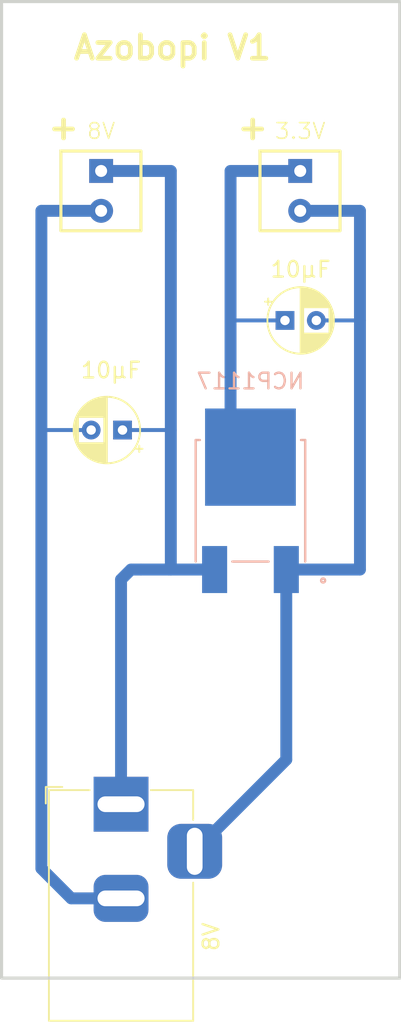
<source format=kicad_pcb>
(kicad_pcb (version 20221018) (generator pcbnew)
  (title_block (title "Azobopi Power Supply") (date "2023-11-03") (rev "V1.0") (company "EBIRP"))
  (layers (0 "F.Cu" signal) (31 "B.Cu" signal) (34 "B.Paste" user) (35 "F.Paste" user) (36 "B.SilkS" user "B.Silkscreen") (37 "F.SilkS" user "F.Silkscreen") (38 "B.Mask" user) (39 "F.Mask" user) (44 "Edge.Cuts" user))
  (net 0 "")
  (footprint "Capacitor_THT:CP_Radial_D4.0mm_P2.00mm" (layer "F.Cu") (at 55.796401 45.671)
    (fp_text reference "10μF" (at 1 -3.25) (layer "F.SilkS"))
    (fp_text value "CP_Radial_D4.0mm_P2.00mm" hide)
    (fp_line (start -1.269801 -1.195) (end -0.869801 -1.195) (stroke (width 0.12)) (layer "F.SilkS"))
    (fp_line (start -1.069801 -1.395) (end -1.069801 -0.995) (stroke (width 0.12)) (layer "F.SilkS"))
    (fp_line (start 1 -2.08) (end 1 2.08) (stroke (width 0.12)) (layer "F.SilkS"))
    (fp_line (start 1.04 -2.08) (end 1.04 2.08) (stroke (width 0.12)) (layer "F.SilkS"))
    (fp_line (start 1.08 -2.079) (end 1.08 2.079) (stroke (width 0.12)) (layer "F.SilkS"))
    (fp_line (start 1.12 -2.077) (end 1.12 2.077) (stroke (width 0.12)) (layer "F.SilkS"))
    (fp_line (start 1.16 -2.074) (end 1.16 2.074) (stroke (width 0.12)) (layer "F.SilkS"))
    (fp_line (start 1.2 -2.071) (end 1.2 -0.84) (stroke (width 0.12)) (layer "F.SilkS"))
    (fp_line (start 1.2 0.84) (end 1.2 2.071) (stroke (width 0.12)) (layer "F.SilkS"))
    (fp_line (start 1.24 -2.067) (end 1.24 -0.84) (stroke (width 0.12)) (layer "F.SilkS"))
    (fp_line (start 1.24 0.84) (end 1.24 2.067) (stroke (width 0.12)) (layer "F.SilkS"))
    (fp_line (start 1.28 -2.062) (end 1.28 -0.84) (stroke (width 0.12)) (layer "F.SilkS"))
    (fp_line (start 1.28 0.84) (end 1.28 2.062) (stroke (width 0.12)) (layer "F.SilkS"))
    (fp_line (start 1.32 -2.056) (end 1.32 -0.84) (stroke (width 0.12)) (layer "F.SilkS"))
    (fp_line (start 1.32 0.84) (end 1.32 2.056) (stroke (width 0.12)) (layer "F.SilkS"))
    (fp_line (start 1.36 -2.05) (end 1.36 -0.84) (stroke (width 0.12)) (layer "F.SilkS"))
    (fp_line (start 1.36 0.84) (end 1.36 2.05) (stroke (width 0.12)) (layer "F.SilkS"))
    (fp_line (start 1.4 -2.042) (end 1.4 -0.84) (stroke (width 0.12)) (layer "F.SilkS"))
    (fp_line (start 1.4 0.84) (end 1.4 2.042) (stroke (width 0.12)) (layer "F.SilkS"))
    (fp_line (start 1.44 -2.034) (end 1.44 -0.84) (stroke (width 0.12)) (layer "F.SilkS"))
    (fp_line (start 1.44 0.84) (end 1.44 2.034) (stroke (width 0.12)) (layer "F.SilkS"))
    (fp_line (start 1.48 -2.025) (end 1.48 -0.84) (stroke (width 0.12)) (layer "F.SilkS"))
    (fp_line (start 1.48 0.84) (end 1.48 2.025) (stroke (width 0.12)) (layer "F.SilkS"))
    (fp_line (start 1.52 -2.016) (end 1.52 -0.84) (stroke (width 0.12)) (layer "F.SilkS"))
    (fp_line (start 1.52 0.84) (end 1.52 2.016) (stroke (width 0.12)) (layer "F.SilkS"))
    (fp_line (start 1.56 -2.005) (end 1.56 -0.84) (stroke (width 0.12)) (layer "F.SilkS"))
    (fp_line (start 1.56 0.84) (end 1.56 2.005) (stroke (width 0.12)) (layer "F.SilkS"))
    (fp_line (start 1.6 -1.994) (end 1.6 -0.84) (stroke (width 0.12)) (layer "F.SilkS"))
    (fp_line (start 1.6 0.84) (end 1.6 1.994) (stroke (width 0.12)) (layer "F.SilkS"))
    (fp_line (start 1.64 -1.982) (end 1.64 -0.84) (stroke (width 0.12)) (layer "F.SilkS"))
    (fp_line (start 1.64 0.84) (end 1.64 1.982) (stroke (width 0.12)) (layer "F.SilkS"))
    (fp_line (start 1.68 -1.968) (end 1.68 -0.84) (stroke (width 0.12)) (layer "F.SilkS"))
    (fp_line (start 1.68 0.84) (end 1.68 1.968) (stroke (width 0.12)) (layer "F.SilkS"))
    (fp_line (start 1.721 -1.954) (end 1.721 -0.84) (stroke (width 0.12)) (layer "F.SilkS"))
    (fp_line (start 1.721 0.84) (end 1.721 1.954) (stroke (width 0.12)) (layer "F.SilkS"))
    (fp_line (start 1.761 -1.94) (end 1.761 -0.84) (stroke (width 0.12)) (layer "F.SilkS"))
    (fp_line (start 1.761 0.84) (end 1.761 1.94) (stroke (width 0.12)) (layer "F.SilkS"))
    (fp_line (start 1.801 -1.924) (end 1.801 -0.84) (stroke (width 0.12)) (layer "F.SilkS"))
    (fp_line (start 1.801 0.84) (end 1.801 1.924) (stroke (width 0.12)) (layer "F.SilkS"))
    (fp_line (start 1.841 -1.907) (end 1.841 -0.84) (stroke (width 0.12)) (layer "F.SilkS"))
    (fp_line (start 1.841 0.84) (end 1.841 1.907) (stroke (width 0.12)) (layer "F.SilkS"))
    (fp_line (start 1.881 -1.889) (end 1.881 -0.84) (stroke (width 0.12)) (layer "F.SilkS"))
    (fp_line (start 1.881 0.84) (end 1.881 1.889) (stroke (width 0.12)) (layer "F.SilkS"))
    (fp_line (start 1.921 -1.87) (end 1.921 -0.84) (stroke (width 0.12)) (layer "F.SilkS"))
    (fp_line (start 1.921 0.84) (end 1.921 1.87) (stroke (width 0.12)) (layer "F.SilkS"))
    (fp_line (start 1.961 -1.851) (end 1.961 -0.84) (stroke (width 0.12)) (layer "F.SilkS"))
    (fp_line (start 1.961 0.84) (end 1.961 1.851) (stroke (width 0.12)) (layer "F.SilkS"))
    (fp_line (start 2.001 -1.83) (end 2.001 -0.84) (stroke (width 0.12)) (layer "F.SilkS"))
    (fp_line (start 2.001 0.84) (end 2.001 1.83) (stroke (width 0.12)) (layer "F.SilkS"))
    (fp_line (start 2.041 -1.808) (end 2.041 -0.84) (stroke (width 0.12)) (layer "F.SilkS"))
    (fp_line (start 2.041 0.84) (end 2.041 1.808) (stroke (width 0.12)) (layer "F.SilkS"))
    (fp_line (start 2.081 -1.785) (end 2.081 -0.84) (stroke (width 0.12)) (layer "F.SilkS"))
    (fp_line (start 2.081 0.84) (end 2.081 1.785) (stroke (width 0.12)) (layer "F.SilkS"))
    (fp_line (start 2.121 -1.76) (end 2.121 -0.84) (stroke (width 0.12)) (layer "F.SilkS"))
    (fp_line (start 2.121 0.84) (end 2.121 1.76) (stroke (width 0.12)) (layer "F.SilkS"))
    (fp_line (start 2.161 -1.735) (end 2.161 -0.84) (stroke (width 0.12)) (layer "F.SilkS"))
    (fp_line (start 2.161 0.84) (end 2.161 1.735) (stroke (width 0.12)) (layer "F.SilkS"))
    (fp_line (start 2.201 -1.708) (end 2.201 -0.84) (stroke (width 0.12)) (layer "F.SilkS"))
    (fp_line (start 2.201 0.84) (end 2.201 1.708) (stroke (width 0.12)) (layer "F.SilkS"))
    (fp_line (start 2.241 -1.68) (end 2.241 -0.84) (stroke (width 0.12)) (layer "F.SilkS"))
    (fp_line (start 2.241 0.84) (end 2.241 1.68) (stroke (width 0.12)) (layer "F.SilkS"))
    (fp_line (start 2.281 -1.65) (end 2.281 -0.84) (stroke (width 0.12)) (layer "F.SilkS"))
    (fp_line (start 2.281 0.84) (end 2.281 1.65) (stroke (width 0.12)) (layer "F.SilkS"))
    (fp_line (start 2.321 -1.619) (end 2.321 -0.84) (stroke (width 0.12)) (layer "F.SilkS"))
    (fp_line (start 2.321 0.84) (end 2.321 1.619) (stroke (width 0.12)) (layer "F.SilkS"))
    (fp_line (start 2.361 -1.587) (end 2.361 -0.84) (stroke (width 0.12)) (layer "F.SilkS"))
    (fp_line (start 2.361 0.84) (end 2.361 1.587) (stroke (width 0.12)) (layer "F.SilkS"))
    (fp_line (start 2.401 -1.552) (end 2.401 -0.84) (stroke (width 0.12)) (layer "F.SilkS"))
    (fp_line (start 2.401 0.84) (end 2.401 1.552) (stroke (width 0.12)) (layer "F.SilkS"))
    (fp_line (start 2.441 -1.516) (end 2.441 -0.84) (stroke (width 0.12)) (layer "F.SilkS"))
    (fp_line (start 2.441 0.84) (end 2.441 1.516) (stroke (width 0.12)) (layer "F.SilkS"))
    (fp_line (start 2.481 -1.478) (end 2.481 -0.84) (stroke (width 0.12)) (layer "F.SilkS"))
    (fp_line (start 2.481 0.84) (end 2.481 1.478) (stroke (width 0.12)) (layer "F.SilkS"))
    (fp_line (start 2.521 -1.438) (end 2.521 -0.84) (stroke (width 0.12)) (layer "F.SilkS"))
    (fp_line (start 2.521 0.84) (end 2.521 1.438) (stroke (width 0.12)) (layer "F.SilkS"))
    (fp_line (start 2.561 -1.396) (end 2.561 -0.84) (stroke (width 0.12)) (layer "F.SilkS"))
    (fp_line (start 2.561 0.84) (end 2.561 1.396) (stroke (width 0.12)) (layer "F.SilkS"))
    (fp_line (start 2.601 -1.351) (end 2.601 -0.84) (stroke (width 0.12)) (layer "F.SilkS"))
    (fp_line (start 2.601 0.84) (end 2.601 1.351) (stroke (width 0.12)) (layer "F.SilkS"))
    (fp_line (start 2.641 -1.304) (end 2.641 -0.84) (stroke (width 0.12)) (layer "F.SilkS"))
    (fp_line (start 2.641 0.84) (end 2.641 1.304) (stroke (width 0.12)) (layer "F.SilkS"))
    (fp_line (start 2.681 -1.254) (end 2.681 -0.84) (stroke (width 0.12)) (layer "F.SilkS"))
    (fp_line (start 2.681 0.84) (end 2.681 1.254) (stroke (width 0.12)) (layer "F.SilkS"))
    (fp_line (start 2.721 -1.2) (end 2.721 -0.84) (stroke (width 0.12)) (layer "F.SilkS"))
    (fp_line (start 2.721 0.84) (end 2.721 1.2) (stroke (width 0.12)) (layer "F.SilkS"))
    (fp_line (start 2.761 -1.142) (end 2.761 -0.84) (stroke (width 0.12)) (layer "F.SilkS"))
    (fp_line (start 2.761 0.84) (end 2.761 1.142) (stroke (width 0.12)) (layer "F.SilkS"))
    (fp_line (start 2.801 -1.08) (end 2.801 -0.84) (stroke (width 0.12)) (layer "F.SilkS"))
    (fp_line (start 2.801 0.84) (end 2.801 1.08) (stroke (width 0.12)) (layer "F.SilkS"))
    (fp_line (start 2.841 -1.013) (end 2.841 1.013) (stroke (width 0.12)) (layer "F.SilkS"))
    (fp_line (start 2.881 -0.94) (end 2.881 0.94) (stroke (width 0.12)) (layer "F.SilkS"))
    (fp_line (start 2.921 -0.859) (end 2.921 0.859) (stroke (width 0.12)) (layer "F.SilkS"))
    (fp_line (start 2.961 -0.768) (end 2.961 0.768) (stroke (width 0.12)) (layer "F.SilkS"))
    (fp_line (start 3.001 -0.664) (end 3.001 0.664) (stroke (width 0.12)) (layer "F.SilkS"))
    (fp_line (start 3.041 -0.537) (end 3.041 0.537) (stroke (width 0.12)) (layer "F.SilkS"))
    (fp_line (start 3.081 -0.37) (end 3.081 0.37) (stroke (width 0.12)) (layer "F.SilkS"))
    (fp_circle (center 1 0) (end 3.12 0) (stroke (width 0.12)) (fill none) (layer "F.SilkS"))
    (pad "1" thru_hole rect (at 0 0) (size 1.2 1.2) (drill 0.6) (layers "*.Cu" "*.Mask"))
    (pad "2" thru_hole circle (at 2 0) (size 1.2 1.2) (drill 0.6) (layers "*.Cu" "*.Mask"))
  )
  (footprint "Connector_BarrelJack:BarrelJack_Horizontal" (layer "F.Cu") (at 45.339 76.501 90)
    (fp_text reference "8V" (at -8.45 5.75 90) (layer "F.SilkS"))
    (fp_text value "BarrelJack_Horizontal" hide)
    (fp_line (start -13.8 -4.6) (end 0.9 -4.6) (stroke (width 0.12)) (layer "F.SilkS"))
    (fp_line (start -13.8 4.6) (end -13.8 -4.6) (stroke (width 0.12)) (layer "F.SilkS"))
    (fp_line (start -5 4.6) (end -13.8 4.6) (stroke (width 0.12)) (layer "F.SilkS"))
    (fp_line (start 0.05 -4.8) (end 1.1 -4.8) (stroke (width 0.12)) (layer "F.SilkS"))
    (fp_line (start 0.9 -4.6) (end 0.9 -2) (stroke (width 0.12)) (layer "F.SilkS"))
    (fp_line (start 0.9 1.9) (end 0.9 4.6) (stroke (width 0.12)) (layer "F.SilkS"))
    (fp_line (start 0.9 4.6) (end -1 4.6) (stroke (width 0.12)) (layer "F.SilkS"))
    (fp_line (start 1.1 -3.75) (end 1.1 -4.8) (stroke (width 0.12)) (layer "F.SilkS"))
    (pad "1" thru_hole rect (at 0 0 90) (size 3.5 3.5) (drill oval 1 3) (layers "*.Cu" "*.Mask"))
    (pad "2" thru_hole roundrect (at -6 0 90) (size 3 3.5) (drill oval 1 3) (layers "*.Cu" "*.Mask"))
    (pad "3" thru_hole roundrect (at -3 4.7 90) (size 3.5 3.5) (drill oval 3 1) (layers "*.Cu" "*.Mask"))
  )
  (footprint "Capacitor_THT:CP_Radial_D4.0mm_P2.00mm" (layer "F.Cu") (at 45.434 52.656 180)
    (fp_text reference "10μF" (at 0.73 3.81) (layer "F.SilkS"))
    (fp_text value "CP_Radial_D4.0mm_P2.00mm" hide)
    (fp_line (start -1.269801 -1.195) (end -0.869801 -1.195) (stroke (width 0.12)) (layer "F.SilkS"))
    (fp_line (start -1.069801 -1.395) (end -1.069801 -0.995) (stroke (width 0.12)) (layer "F.SilkS"))
    (fp_line (start 1 -2.08) (end 1 2.08) (stroke (width 0.12)) (layer "F.SilkS"))
    (fp_line (start 1.04 -2.08) (end 1.04 2.08) (stroke (width 0.12)) (layer "F.SilkS"))
    (fp_line (start 1.08 -2.079) (end 1.08 2.079) (stroke (width 0.12)) (layer "F.SilkS"))
    (fp_line (start 1.12 -2.077) (end 1.12 2.077) (stroke (width 0.12)) (layer "F.SilkS"))
    (fp_line (start 1.16 -2.074) (end 1.16 2.074) (stroke (width 0.12)) (layer "F.SilkS"))
    (fp_line (start 1.2 -2.071) (end 1.2 -0.84) (stroke (width 0.12)) (layer "F.SilkS"))
    (fp_line (start 1.2 0.84) (end 1.2 2.071) (stroke (width 0.12)) (layer "F.SilkS"))
    (fp_line (start 1.24 -2.067) (end 1.24 -0.84) (stroke (width 0.12)) (layer "F.SilkS"))
    (fp_line (start 1.24 0.84) (end 1.24 2.067) (stroke (width 0.12)) (layer "F.SilkS"))
    (fp_line (start 1.28 -2.062) (end 1.28 -0.84) (stroke (width 0.12)) (layer "F.SilkS"))
    (fp_line (start 1.28 0.84) (end 1.28 2.062) (stroke (width 0.12)) (layer "F.SilkS"))
    (fp_line (start 1.32 -2.056) (end 1.32 -0.84) (stroke (width 0.12)) (layer "F.SilkS"))
    (fp_line (start 1.32 0.84) (end 1.32 2.056) (stroke (width 0.12)) (layer "F.SilkS"))
    (fp_line (start 1.36 -2.05) (end 1.36 -0.84) (stroke (width 0.12)) (layer "F.SilkS"))
    (fp_line (start 1.36 0.84) (end 1.36 2.05) (stroke (width 0.12)) (layer "F.SilkS"))
    (fp_line (start 1.4 -2.042) (end 1.4 -0.84) (stroke (width 0.12)) (layer "F.SilkS"))
    (fp_line (start 1.4 0.84) (end 1.4 2.042) (stroke (width 0.12)) (layer "F.SilkS"))
    (fp_line (start 1.44 -2.034) (end 1.44 -0.84) (stroke (width 0.12)) (layer "F.SilkS"))
    (fp_line (start 1.44 0.84) (end 1.44 2.034) (stroke (width 0.12)) (layer "F.SilkS"))
    (fp_line (start 1.48 -2.025) (end 1.48 -0.84) (stroke (width 0.12)) (layer "F.SilkS"))
    (fp_line (start 1.48 0.84) (end 1.48 2.025) (stroke (width 0.12)) (layer "F.SilkS"))
    (fp_line (start 1.52 -2.016) (end 1.52 -0.84) (stroke (width 0.12)) (layer "F.SilkS"))
    (fp_line (start 1.52 0.84) (end 1.52 2.016) (stroke (width 0.12)) (layer "F.SilkS"))
    (fp_line (start 1.56 -2.005) (end 1.56 -0.84) (stroke (width 0.12)) (layer "F.SilkS"))
    (fp_line (start 1.56 0.84) (end 1.56 2.005) (stroke (width 0.12)) (layer "F.SilkS"))
    (fp_line (start 1.6 -1.994) (end 1.6 -0.84) (stroke (width 0.12)) (layer "F.SilkS"))
    (fp_line (start 1.6 0.84) (end 1.6 1.994) (stroke (width 0.12)) (layer "F.SilkS"))
    (fp_line (start 1.64 -1.982) (end 1.64 -0.84) (stroke (width 0.12)) (layer "F.SilkS"))
    (fp_line (start 1.64 0.84) (end 1.64 1.982) (stroke (width 0.12)) (layer "F.SilkS"))
    (fp_line (start 1.68 -1.968) (end 1.68 -0.84) (stroke (width 0.12)) (layer "F.SilkS"))
    (fp_line (start 1.68 0.84) (end 1.68 1.968) (stroke (width 0.12)) (layer "F.SilkS"))
    (fp_line (start 1.721 -1.954) (end 1.721 -0.84) (stroke (width 0.12)) (layer "F.SilkS"))
    (fp_line (start 1.721 0.84) (end 1.721 1.954) (stroke (width 0.12)) (layer "F.SilkS"))
    (fp_line (start 1.761 -1.94) (end 1.761 -0.84) (stroke (width 0.12)) (layer "F.SilkS"))
    (fp_line (start 1.761 0.84) (end 1.761 1.94) (stroke (width 0.12)) (layer "F.SilkS"))
    (fp_line (start 1.801 -1.924) (end 1.801 -0.84) (stroke (width 0.12)) (layer "F.SilkS"))
    (fp_line (start 1.801 0.84) (end 1.801 1.924) (stroke (width 0.12)) (layer "F.SilkS"))
    (fp_line (start 1.841 -1.907) (end 1.841 -0.84) (stroke (width 0.12)) (layer "F.SilkS"))
    (fp_line (start 1.841 0.84) (end 1.841 1.907) (stroke (width 0.12)) (layer "F.SilkS"))
    (fp_line (start 1.881 -1.889) (end 1.881 -0.84) (stroke (width 0.12)) (layer "F.SilkS"))
    (fp_line (start 1.881 0.84) (end 1.881 1.889) (stroke (width 0.12)) (layer "F.SilkS"))
    (fp_line (start 1.921 -1.87) (end 1.921 -0.84) (stroke (width 0.12)) (layer "F.SilkS"))
    (fp_line (start 1.921 0.84) (end 1.921 1.87) (stroke (width 0.12)) (layer "F.SilkS"))
    (fp_line (start 1.961 -1.851) (end 1.961 -0.84) (stroke (width 0.12)) (layer "F.SilkS"))
    (fp_line (start 1.961 0.84) (end 1.961 1.851) (stroke (width 0.12)) (layer "F.SilkS"))
    (fp_line (start 2.001 -1.83) (end 2.001 -0.84) (stroke (width 0.12)) (layer "F.SilkS"))
    (fp_line (start 2.001 0.84) (end 2.001 1.83) (stroke (width 0.12)) (layer "F.SilkS"))
    (fp_line (start 2.041 -1.808) (end 2.041 -0.84) (stroke (width 0.12)) (layer "F.SilkS"))
    (fp_line (start 2.041 0.84) (end 2.041 1.808) (stroke (width 0.12)) (layer "F.SilkS"))
    (fp_line (start 2.081 -1.785) (end 2.081 -0.84) (stroke (width 0.12)) (layer "F.SilkS"))
    (fp_line (start 2.081 0.84) (end 2.081 1.785) (stroke (width 0.12)) (layer "F.SilkS"))
    (fp_line (start 2.121 -1.76) (end 2.121 -0.84) (stroke (width 0.12)) (layer "F.SilkS"))
    (fp_line (start 2.121 0.84) (end 2.121 1.76) (stroke (width 0.12)) (layer "F.SilkS"))
    (fp_line (start 2.161 -1.735) (end 2.161 -0.84) (stroke (width 0.12)) (layer "F.SilkS"))
    (fp_line (start 2.161 0.84) (end 2.161 1.735) (stroke (width 0.12)) (layer "F.SilkS"))
    (fp_line (start 2.201 -1.708) (end 2.201 -0.84) (stroke (width 0.12)) (layer "F.SilkS"))
    (fp_line (start 2.201 0.84) (end 2.201 1.708) (stroke (width 0.12)) (layer "F.SilkS"))
    (fp_line (start 2.241 -1.68) (end 2.241 -0.84) (stroke (width 0.12)) (layer "F.SilkS"))
    (fp_line (start 2.241 0.84) (end 2.241 1.68) (stroke (width 0.12)) (layer "F.SilkS"))
    (fp_line (start 2.281 -1.65) (end 2.281 -0.84) (stroke (width 0.12)) (layer "F.SilkS"))
    (fp_line (start 2.281 0.84) (end 2.281 1.65) (stroke (width 0.12)) (layer "F.SilkS"))
    (fp_line (start 2.321 -1.619) (end 2.321 -0.84) (stroke (width 0.12)) (layer "F.SilkS"))
    (fp_line (start 2.321 0.84) (end 2.321 1.619) (stroke (width 0.12)) (layer "F.SilkS"))
    (fp_line (start 2.361 -1.587) (end 2.361 -0.84) (stroke (width 0.12)) (layer "F.SilkS"))
    (fp_line (start 2.361 0.84) (end 2.361 1.587) (stroke (width 0.12)) (layer "F.SilkS"))
    (fp_line (start 2.401 -1.552) (end 2.401 -0.84) (stroke (width 0.12)) (layer "F.SilkS"))
    (fp_line (start 2.401 0.84) (end 2.401 1.552) (stroke (width 0.12)) (layer "F.SilkS"))
    (fp_line (start 2.441 -1.516) (end 2.441 -0.84) (stroke (width 0.12)) (layer "F.SilkS"))
    (fp_line (start 2.441 0.84) (end 2.441 1.516) (stroke (width 0.12)) (layer "F.SilkS"))
    (fp_line (start 2.481 -1.478) (end 2.481 -0.84) (stroke (width 0.12)) (layer "F.SilkS"))
    (fp_line (start 2.481 0.84) (end 2.481 1.478) (stroke (width 0.12)) (layer "F.SilkS"))
    (fp_line (start 2.521 -1.438) (end 2.521 -0.84) (stroke (width 0.12)) (layer "F.SilkS"))
    (fp_line (start 2.521 0.84) (end 2.521 1.438) (stroke (width 0.12)) (layer "F.SilkS"))
    (fp_line (start 2.561 -1.396) (end 2.561 -0.84) (stroke (width 0.12)) (layer "F.SilkS"))
    (fp_line (start 2.561 0.84) (end 2.561 1.396) (stroke (width 0.12)) (layer "F.SilkS"))
    (fp_line (start 2.601 -1.351) (end 2.601 -0.84) (stroke (width 0.12)) (layer "F.SilkS"))
    (fp_line (start 2.601 0.84) (end 2.601 1.351) (stroke (width 0.12)) (layer "F.SilkS"))
    (fp_line (start 2.641 -1.304) (end 2.641 -0.84) (stroke (width 0.12)) (layer "F.SilkS"))
    (fp_line (start 2.641 0.84) (end 2.641 1.304) (stroke (width 0.12)) (layer "F.SilkS"))
    (fp_line (start 2.681 -1.254) (end 2.681 -0.84) (stroke (width 0.12)) (layer "F.SilkS"))
    (fp_line (start 2.681 0.84) (end 2.681 1.254) (stroke (width 0.12)) (layer "F.SilkS"))
    (fp_line (start 2.721 -1.2) (end 2.721 -0.84) (stroke (width 0.12)) (layer "F.SilkS"))
    (fp_line (start 2.721 0.84) (end 2.721 1.2) (stroke (width 0.12)) (layer "F.SilkS"))
    (fp_line (start 2.761 -1.142) (end 2.761 -0.84) (stroke (width 0.12)) (layer "F.SilkS"))
    (fp_line (start 2.761 0.84) (end 2.761 1.142) (stroke (width 0.12)) (layer "F.SilkS"))
    (fp_line (start 2.801 -1.08) (end 2.801 -0.84) (stroke (width 0.12)) (layer "F.SilkS"))
    (fp_line (start 2.801 0.84) (end 2.801 1.08) (stroke (width 0.12)) (layer "F.SilkS"))
    (fp_line (start 2.841 -1.013) (end 2.841 1.013) (stroke (width 0.12)) (layer "F.SilkS"))
    (fp_line (start 2.881 -0.94) (end 2.881 0.94) (stroke (width 0.12)) (layer "F.SilkS"))
    (fp_line (start 2.921 -0.859) (end 2.921 0.859) (stroke (width 0.12)) (layer "F.SilkS"))
    (fp_line (start 2.961 -0.768) (end 2.961 0.768) (stroke (width 0.12)) (layer "F.SilkS"))
    (fp_line (start 3.001 -0.664) (end 3.001 0.664) (stroke (width 0.12)) (layer "F.SilkS"))
    (fp_line (start 3.041 -0.537) (end 3.041 0.537) (stroke (width 0.12)) (layer "F.SilkS"))
    (fp_line (start 3.081 -0.37) (end 3.081 0.37) (stroke (width 0.12)) (layer "F.SilkS"))
    (fp_circle (center 1 0) (end 3.12 0) (stroke (width 0.12)) (fill none) (layer "F.SilkS"))
    (pad "1" thru_hole rect (at 0 0 180) (size 1.2 1.2) (drill 0.6) (layers "*.Cu" "*.Mask"))
    (pad "2" thru_hole circle (at 2 0 180) (size 1.2 1.2) (drill 0.6) (layers "*.Cu" "*.Mask"))
  )
  (footprint "MountingHole:MountingHole_2.1mm" (layer "F.Cu") (at 59.944 28.526)
    (fp_text reference "REF**" hide)
    (fp_text value "MountingHole_2.1mm" hide)
    (pad "" np_thru_hole circle (at 0 0) (size 2.1 2.1) (drill 2.1) (layers "F&B.Cu" "*.Mask"))
  )
  (footprint "MountingHole:MountingHole_2.1mm" (layer "F.Cu") (at 59.944 84.406)
    (fp_text reference "REF**" hide)
    (fp_text value "MountingHole_2.1mm" hide)
    (pad "" np_thru_hole circle (at 0 0) (size 2.1 2.1) (drill 2.1) (layers "F&B.Cu" "*.Mask"))
  )
  (footprint "Custom:jst-xh2x_2.54" (layer "F.Cu") (at 44.069 37.416)
    (fp_text reference "8V" (at 0 -3.81 unlocked) (layer "F.SilkS") (effects (font (thickness 0.1))))
    (fp_text value "jst-xh2x_2.54" hide)
    (fp_rect (start -2.5654 -2.54) (end 2.54 2.54) (stroke (width 0.2)) (fill none) (layer "F.SilkS"))
    (pad "1" thru_hole rect (at 0 -1.27) (size 1.524 1.524) (drill 0.762) (layers "*.Cu" "*.Mask"))
    (pad "2" thru_hole circle (at 0 1.27) (size 1.524 1.524) (drill 0.762) (layers "*.Cu" "*.Mask"))
  )
  (footprint "Custom:jst-xh2x_2.54" (layer "F.Cu") (at 56.769 37.416)
    (fp_text reference "3.3V" (at 0 -3.81 unlocked) (layer "F.SilkS") (effects (font (thickness 0.1))))
    (fp_text value "jst-xh2x_2.54" hide)
    (fp_rect (start -2.5654 -2.54) (end 2.54 2.54) (stroke (width 0.2)) (fill none) (layer "F.SilkS"))
    (pad "1" thru_hole rect (at 0 -1.27) (size 1.524 1.524) (drill 0.762) (layers "*.Cu" "*.Mask"))
    (pad "2" thru_hole circle (at 0 1.27) (size 1.524 1.524) (drill 0.762) (layers "*.Cu" "*.Mask"))
  )
  (footprint "NCP:DPAK_ONS" (layer "B.Cu") (at 53.594 57.1645 180)
    (fp_text reference "NCP1117" (at 0 7.62 unlocked) (layer "B.SilkS") (effects (justify mirror)))
    (fp_text value "DPAK_ONS" hide)
    (fp_line (start -3.4925 3.8735) (end -3.4925 -3.8735) (stroke (width 0.1524)) (layer "B.SilkS"))
    (fp_line (start -3.22834 3.8735) (end -3.4925 3.8735) (stroke (width 0.1524)) (layer "B.SilkS"))
    (fp_line (start -1.15316 -3.8735) (end 1.15316 -3.8735) (stroke (width 0.1524)) (layer "B.SilkS"))
    (fp_line (start 3.4925 -3.8735) (end 3.4925 3.8735) (stroke (width 0.1524)) (layer "B.SilkS"))
    (fp_line (start 3.4925 3.8735) (end 3.22834 3.8735) (stroke (width 0.1524)) (layer "B.SilkS"))
    (fp_circle (center -4.6355 -5.08) (end -4.5085 -5.08) (stroke (width 0.1524)) (fill none) (layer "B.SilkS"))
    (pad "1" smd rect (at -2.286 -4.3815 180) (size 1.6002 2.9972) (layers "B.Cu" "B.Paste" "B.Mask"))
    (pad "2" smd rect (at 0 2.7813 180) (size 5.7912 6.1976) (layers "B.Cu" "B.Paste" "B.Mask"))
    (pad "3" smd rect (at 2.286 -4.3815 180) (size 1.6002 2.9972) (layers "B.Cu" "B.Paste" "B.Mask"))
  )
  (gr_rect (start 37.719 25.351) (end 63.119 87.581) (stroke (width 0.2)) (fill none) (layer "Edge.Cuts"))
  (gr_text "Azobopi V1" (at 42.164 29.161) (layer "F.SilkS") (effects (font (size 1.5 1.5) (thickness 0.3) bold) (justify left bottom)))
  (gr_text "+" (at 42.799 34.241) (layer "F.SilkS") (effects (font (size 1.5 1.5) (thickness 0.3) bold) (justify left bottom mirror)))
  (gr_text "+" (at 54.864 34.241) (layer "F.SilkS") (effects (font (size 1.5 1.5) (thickness 0.3) bold) (justify left bottom mirror)))
  (segment (start 45.974 61.546) (end 46.609 61.546) (width 0.76) (layer "B.Cu") (net 0))
  (segment (start 60.579 38.686) (end 56.769 38.686) (width 0.76) (layer "B.Cu") (net 0))
  (segment (start 43.434 52.656) (end 40.259 52.656) (width 0.25) (layer "B.Cu") (net 0))
  (segment (start 55.88 73.66) (end 50.039 79.501) (width 0.76) (layer "B.Cu") (net 0))
  (segment (start 40.259 46.306) (end 40.259 45.671) (width 0.76) (layer "B.Cu") (net 0))
  (segment (start 55.88 61.546) (end 60.579 61.546) (width 0.76) (layer "B.Cu") (net 0))
  (segment (start 45.339 62.181) (end 45.974 61.546) (width 0.76) (layer "B.Cu") (net 0))
  (segment (start 46.609 61.546) (end 48.387 61.546) (width 0.76) (layer "B.Cu") (net 0))
  (segment (start 48.514 61.546) (end 51.308 61.546) (width 0.76) (layer "B.Cu") (net 0))
  (segment (start 55.88 61.546) (end 55.88 73.66) (width 0.76) (layer "B.Cu") (net 0))
  (segment (start 44.704 75.866) (end 45.339 76.501) (width 0.25) (layer "B.Cu") (net 0))
  (segment (start 40.259 38.686) (end 44.069 38.686) (width 0.76) (layer "B.Cu") (net 0))
  (segment (start 48.514 52.656) (end 48.514 39.956) (width 0.76) (layer "B.Cu") (net 0))
  (segment (start 45.339 76.501) (end 45.339 62.181) (width 0.76) (layer "B.Cu") (net 0))
  (segment (start 40.259 46.306) (end 40.259 38.686) (width 0.76) (layer "B.Cu") (net 0))
  (segment (start 48.514 61.546) (end 48.514 52.656) (width 0.76) (layer "B.Cu") (net 0))
  (segment (start 40.259 80.596) (end 40.259 52.656) (width 0.76) (layer "B.Cu") (net 0))
  (segment (start 45.339 82.501) (end 42.164 82.501) (width 0.76) (layer "B.Cu") (net 0))
  (segment (start 48.514 39.956) (end 48.514 36.146) (width 0.76) (layer "B.Cu") (net 0))
  (segment (start 53.594 54.3832) (end 52.324 53.1132) (width 0.76) (layer "B.Cu") (net 0))
  (segment (start 52.324 45.671) (end 52.324 36.146) (width 0.76) (layer "B.Cu") (net 0))
  (segment (start 57.796401 45.671) (end 60.579 45.671) (width 0.25) (layer "B.Cu") (net 0))
  (segment (start 48.514 36.146) (end 44.069 36.146) (width 0.76) (layer "B.Cu") (net 0))
  (segment (start 52.324 53.1132) (end 52.324 45.671) (width 0.76) (layer "B.Cu") (net 0))
  (segment (start 60.579 45.671) (end 60.579 38.686) (width 0.76) (layer "B.Cu") (net 0))
  (segment (start 40.259 52.656) (end 40.259 46.306) (width 0.76) (layer "B.Cu") (net 0))
  (segment (start 45.434 52.656) (end 48.514 52.656) (width 0.25) (layer "B.Cu") (net 0))
  (segment (start 55.796401 45.671) (end 52.324 45.671) (width 0.25) (layer "B.Cu") (net 0))
  (segment (start 48.387 61.546) (end 48.514 61.546) (width 0.76) (layer "B.Cu") (net 0))
  (segment (start 60.579 61.546) (end 60.579 45.671) (width 0.76) (layer "B.Cu") (net 0))
  (segment (start 52.324 36.146) (end 56.769 36.146) (width 0.76) (layer "B.Cu") (net 0))
  (segment (start 42.164 82.501) (end 40.259 80.596) (width 0.76) (layer "B.Cu") (net 0))
)
</source>
